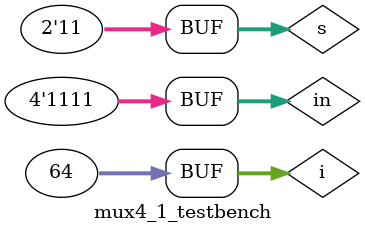
<source format=sv>
module mux4_1(out, in, s);
 output out;
 input [3:0] in;
 input [1:0] s;

 wire [1:0] v;

 mux2_1 m0(.out(v[0]), .in(in[1:0]), .s(s[0]));
 mux2_1 m1(.out(v[1]), .in(in[3:2]), .s(s[0]));
 mux2_1 m (.out(out), .in(v), .s(s[1]));
endmodule

module mux4_1_testbench();
 reg [3:0] in;
 reg [1:0] s;
 wire out;

 mux4_1 dut (.out(out), .in(in), .s(s));
 
 integer i;

 initial begin
	for(i=0; i<64; i++) begin
		{s[1], s[0], in[0], in[1], in[2], in[3]} = i; #10;
	end 
 end
endmodule   
</source>
